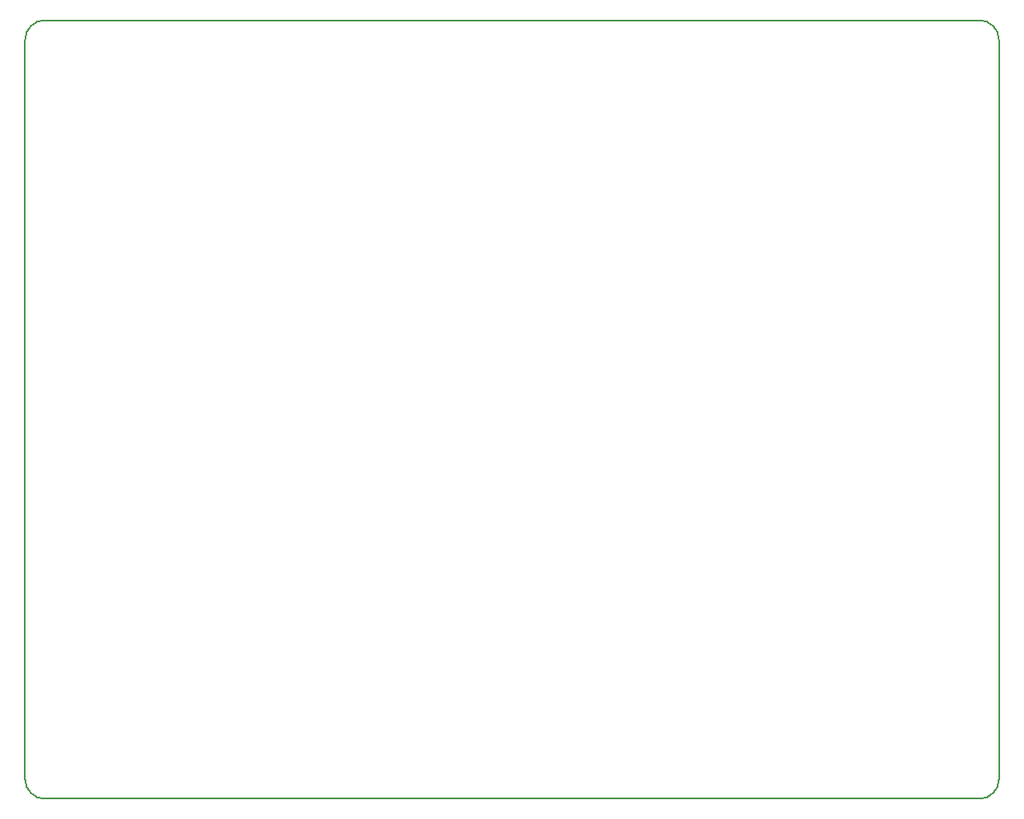
<source format=gm1>
G04 #@! TF.GenerationSoftware,KiCad,Pcbnew,5.0.2-bee76a0~70~ubuntu18.04.1*
G04 #@! TF.CreationDate,2018-12-02T18:46:21-08:00*
G04 #@! TF.ProjectId,OpenBeaconMini,4f70656e-4265-4616-936f-6e4d696e692e,B*
G04 #@! TF.SameCoordinates,Original*
G04 #@! TF.FileFunction,Profile,NP*
%FSLAX46Y46*%
G04 Gerber Fmt 4.6, Leading zero omitted, Abs format (unit mm)*
G04 Created by KiCad (PCBNEW 5.0.2-bee76a0~70~ubuntu18.04.1) date Sun 02 Dec 2018 06:46:21 PM PST*
%MOMM*%
%LPD*%
G01*
G04 APERTURE LIST*
%ADD10C,0.150000*%
G04 APERTURE END LIST*
D10*
X102000000Y-50000000D02*
G75*
G03X100000000Y-52000000I0J-2000000D01*
G01*
X100000000Y-128000000D02*
X100000000Y-52000000D01*
X100000000Y-128000000D02*
G75*
G03X102000000Y-130000000I2000000J0D01*
G01*
X198000000Y-130000000D02*
X102000000Y-130000000D01*
X198000000Y-130000000D02*
G75*
G03X200000000Y-128000000I0J2000000D01*
G01*
X200000000Y-52000000D02*
X200000000Y-128000000D01*
X200000000Y-52000000D02*
G75*
G03X198000000Y-50000000I-2000000J0D01*
G01*
X102000000Y-50000000D02*
X198000000Y-50000000D01*
M02*

</source>
